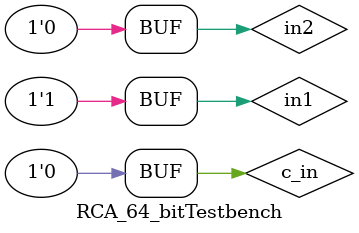
<source format=v>
`timescale 1ns / 1ps

module RCA_64_bitTestbench;

    reg [63:0]a;
    reg [63:0]b;
    reg c_in;

    wire [63:0]s;
    wire c_out;

    RCA_64_bit uut(
        .a(a),
        .b(b),
        .c_in(c_in),
        .c_out(c_out),
        .s(s)
    );

    initial begin
        $monitor ("a = %d, b = %d, c_in = %d, c_out = %d, s = %d", a, b, c_in, c_out, s);
        // Initialize Inputs
		in1 = 64'd84935734758545; in2 = 64'd98765432198765; c_in = 1;
		#100;
		in1 = 64'd45743957434588; in2 = 64'd98765432198765; c_in = 0;
		#100;
		in1 = 64'd43784634636457637747; in2 = 64'd5; c_in = 1;
		#100;
		in1 = 64'd37827833748738347834; in2 = 64'd6; c_in = 1;
		#100;
		in1 = 64'd79171848990075845807; in2 = 64'd6; c_in = 0;
    end
endmodule
</source>
